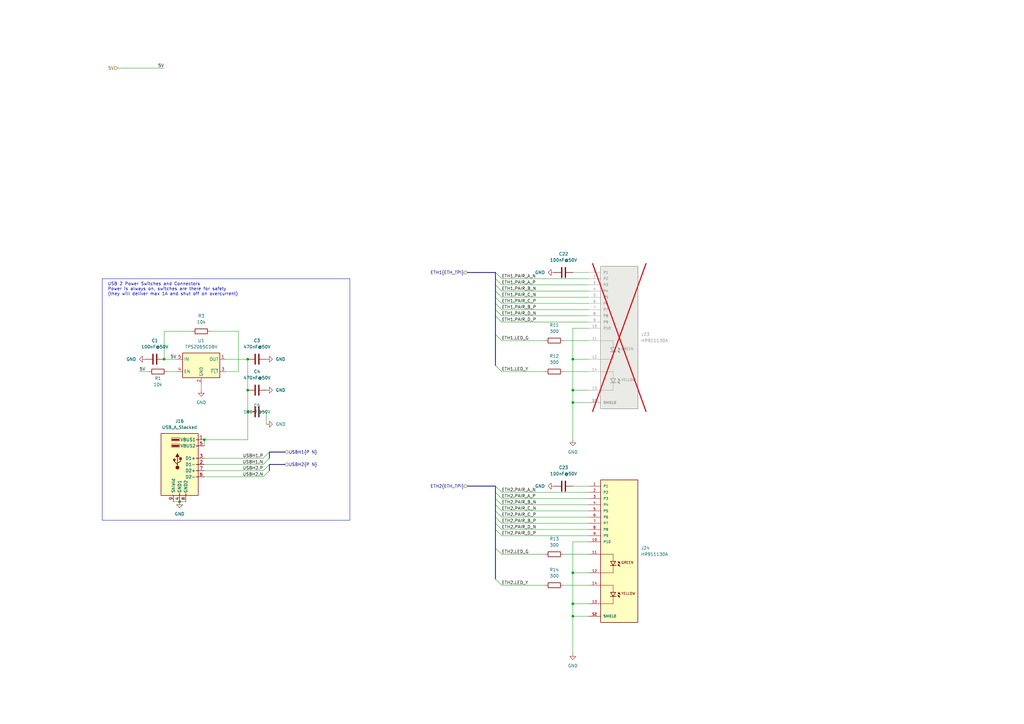
<source format=kicad_sch>
(kicad_sch (version 20250114) (generator "eeschema") (generator_version "9.0")
  (paper "A3")
  (title_block (title "OpenMower SABO Mainboard for Series I & II") (date "2025-05-04") (rev "v0.2") (company "Apeheanger <joerg@ebeling.ws> for OpenMower") (comment 1 "This design is licensed under CC BY-NC 4.0"))
  (lib_symbols
    (symbol "Connector:USB_A_Stacked" (pin_names (offset 1.016))
      (property "Reference" "J" (at 0 15.875 0))
      (property "Value" "USB_A_Stacked" (at 0 13.97 0))
      (symbol "USB_A_Stacked_0_1"
        (rectangle (start -7.62 12.7) (end 7.62 -12.7) (stroke (width 0.254)) (fill (type background)))
        (circle (center -2.159 1.905) (radius 0.381) (stroke (width 0.254)) (fill (type outline)))
        (polyline (pts (xy -1.524 3.175) (xy -0.254 3.175) (xy -0.889 4.445) (xy -1.524 3.175)) (stroke (width 0.254)) (fill (type outline)))
        (polyline (pts (xy -0.889 0) (xy -0.889 0.635) (xy 0.381 1.27) (xy 0.381 2.54)) (stroke (width 0.254)))
        (polyline (pts (xy -0.889 -0.635) (xy -0.889 0) (xy -2.159 1.27) (xy -2.159 1.905)) (stroke (width 0.254)))
        (circle (center -0.889 -1.27) (radius 0.635) (stroke (width 0.254)) (fill (type outline)))
        (rectangle (start -0.254 9.906) (end -3.048 10.414) (fill (type outline)))
        (rectangle (start -0.254 7.366) (end -3.048 7.874) (fill (type outline)))
        (rectangle (start -0.127 -12.7) (end 0.127 -11.938))
        (rectangle (start 0 9.652) (end -3.302 10.922))
        (rectangle (start 0 7.112) (end -3.302 8.382))
        (rectangle (start 0 2.794) (end 0.762 2.032) (stroke (width 0.254)) (fill (type outline)))
        (rectangle (start 2.413 -12.7) (end 2.667 -11.938))
        (rectangle (start 7.62 10.033) (end 6.858 10.287))
        (rectangle (start 7.62 7.493) (end 6.858 7.747))
        (rectangle (start 7.62 2.413) (end 6.858 2.667))
        (rectangle (start 7.62 -0.127) (end 6.858 0.127))
        (rectangle (start 7.62 -2.667) (end 6.858 -2.413))
        (rectangle (start 7.62 -5.207) (end 6.858 -4.953))
      )
      (symbol "USB_A_Stacked_1_1"
        (polyline (pts (xy -0.889 0.635) (xy -0.889 3.175)) (stroke (width 0.254)))
        (pin passive line (at -2.54 -15.24 90) (length 2.54) (name "Shield") (number "9"))
        (pin power_in line (at 0 -15.24 90) (length 2.54) (name "GND1") (number "4"))
        (pin power_in line (at 2.54 -15.24 90) (length 2.54) (name "GND2") (number "8"))
        (pin power_in line (at 10.16 10.16 180) (length 2.54) (name "VBUS1") (number "1"))
        (pin power_in line (at 10.16 7.62 180) (length 2.54) (name "VBUS2") (number "5"))
        (pin bidirectional line (at 10.16 2.54 180) (length 2.54) (name "D1+") (number "3"))
        (pin bidirectional line (at 10.16 0 180) (length 2.54) (name "D1-") (number "2"))
        (pin bidirectional line (at 10.16 -2.54 180) (length 2.54) (name "D2+") (number "7"))
        (pin bidirectional line (at 10.16 -5.08 180) (length 2.54) (name "D2-") (number "6"))
      )
    )
    (symbol "Device:C" (pin_numbers (hide yes)) (pin_names (offset 0.254))
      (property "Reference" "C" (at 0.635 2.54 0))
      (property "Value" "C" (at 0.635 -2.54 0))
      (symbol "C_0_1"
        (polyline (pts (xy -2.032 0.762) (xy 2.032 0.762)) (stroke (width 0.508)))
        (polyline (pts (xy -2.032 -0.762) (xy 2.032 -0.762)) (stroke (width 0.508)))
      )
      (symbol "C_1_1"
        (pin passive line (at 0 3.81 270) (length 2.794) (name "~") (number "1"))
        (pin passive line (at 0 -3.81 90) (length 2.794) (name "~") (number "2"))
      )
    )
    (symbol "Device:R" (pin_numbers (hide yes)) (pin_names (offset 0))
      (property "Reference" "R" (at 2.032 0 90))
      (property "Value" "R" (at 0 0 90))
      (symbol "R_0_1"
        (rectangle (start -1.016 -2.54) (end 1.016 2.54) (stroke (width 0.254)))
      )
      (symbol "R_1_1"
        (pin passive line (at 0 3.81 270) (length 1.27) (name "~") (number "1"))
        (pin passive line (at 0 -3.81 90) (length 1.27) (name "~") (number "2"))
      )
    )
    (symbol "Power_Management:TPS2065CDBV"
      (property "Reference" "U" (at -7.62 -6.35 0))
      (property "Value" "TPS2065CDBV" (at -7.62 6.35 0))
      (symbol "TPS2065CDBV_0_1"
        (rectangle (start -7.62 5.08) (end 7.62 -5.08) (stroke (width 0.254)) (fill (type background)))
      )
      (symbol "TPS2065CDBV_1_1"
        (pin power_in line (at -10.16 2.54 0) (length 2.54) (name "IN") (number "5"))
        (pin input line (at -10.16 -2.54 0) (length 2.54) (name "EN") (number "4"))
        (pin power_in line (at 0 -7.62 90) (length 2.54) (name "GND") (number "2"))
        (pin power_out line (at 10.16 2.54 180) (length 2.54) (name "OUT") (number "1"))
        (pin open_collector line (at 10.16 -2.54 180) (length 2.54) (name "~{FLT}") (number "3"))
      )
    )
    (symbol "local_Connectors:HR911130A" (pin_names (offset 1.016))
      (property "Reference" "J" (at -7.62 29.21 0))
      (property "Value" "HR911130A" (at -7.62 -31.75 0))
      (symbol "HR911130A_0_0"
        (polyline (pts (xy -7.62 -2.54) (xy -2.54 -2.54)) (stroke (width 0.1524)))
        (polyline (pts (xy -7.62 -15.24) (xy -2.54 -15.24)) (stroke (width 0.1524)))
        (rectangle (start -7.62 -30.48) (end 7.62 27.94) (stroke (width 0.254)) (fill (type background)))
        (polyline (pts (xy -3.683 -7.112) (xy -2.54 -7.112)) (stroke (width 0.254)))
        (polyline (pts (xy -3.683 -19.812) (xy -2.54 -19.812)) (stroke (width 0.254)))
        (polyline (pts (xy -3.556 -5.461) (xy -2.54 -7.112)) (stroke (width 0.254)))
        (polyline (pts (xy -3.556 -5.461) (xy -1.524 -5.461)) (stroke (width 0.254)))
        (polyline (pts (xy -3.556 -18.161) (xy -2.54 -19.812)) (stroke (width 0.254)))
        (polyline (pts (xy -3.556 -18.161) (xy -1.524 -18.161)) (stroke (width 0.254)))
        (polyline (pts (xy -2.54 -2.54) (xy -2.54 -5.334)) (stroke (width 0.1524)))
        (polyline (pts (xy -2.54 -7.112) (xy -1.524 -5.461)) (stroke (width 0.254)))
        (polyline (pts (xy -2.54 -7.112) (xy -1.27 -7.112)) (stroke (width 0.254)))
        (polyline (pts (xy -2.54 -7.239) (xy -2.54 -10.16)) (stroke (width 0.1524)))
        (polyline (pts (xy -2.54 -10.16) (xy -7.62 -10.16)) (stroke (width 0.1524)))
        (polyline (pts (xy -2.54 -15.24) (xy -2.54 -18.034)) (stroke (width 0.1524)))
        (polyline (pts (xy -2.54 -19.812) (xy -1.524 -18.161)) (stroke (width 0.254)))
        (polyline (pts (xy -2.54 -19.812) (xy -1.27 -19.812)) (stroke (width 0.254)))
        (polyline (pts (xy -2.54 -19.939) (xy -2.54 -22.86)) (stroke (width 0.1524)))
        (polyline (pts (xy -2.54 -22.86) (xy -7.62 -22.86)) (stroke (width 0.1524)))
        (polyline (pts (xy -0.762 -6.477) (xy 0.254 -7.493)) (stroke (width 0.1524)))
        (polyline (pts (xy -0.762 -19.177) (xy 0.254 -20.193)) (stroke (width 0.1524)))
        (polyline (pts (xy -0.635 -5.334) (xy 0.381 -6.35)) (stroke (width 0.1524)))
        (polyline (pts (xy -0.635 -18.034) (xy 0.381 -19.05)) (stroke (width 0.1524)))
        (polyline (pts (xy 0.254 -7.493) (xy -0.127 -6.604) (xy -0.635 -7.112) (xy 0.254 -7.493)) (stroke (width 0.1524)) (fill (type outline)))
        (polyline (pts (xy 0.254 -20.193) (xy -0.127 -19.304) (xy -0.635 -19.812) (xy 0.254 -20.193)) (stroke (width 0.1524)) (fill (type outline)))
        (polyline (pts (xy 0.381 -6.35) (xy 0 -5.461) (xy -0.508 -5.969) (xy 0.381 -6.35)) (stroke (width 0.1524)) (fill (type outline)))
        (polyline (pts (xy 0.381 -19.05) (xy 0 -18.161) (xy -0.508 -18.669) (xy 0.381 -19.05)) (stroke (width 0.1524)) (fill (type outline)))
        (text "GREEN" (at 0.762 -5.334 0) (effects (font (size 1.016 1.016)) (justify left top)))
        (text "YELLOW" (at 0.762 -18.034 0) (effects (font (size 1.016 1.016)) (justify left top)))
        (pin passive line (at -12.7 25.4 0) (length 5.08) (name "P1") (number "1"))
        (pin passive line (at -12.7 22.86 0) (length 5.08) (name "P2") (number "2"))
        (pin passive line (at -12.7 20.32 0) (length 5.08) (name "P3") (number "3"))
        (pin passive line (at -12.7 17.78 0) (length 5.08) (name "P4") (number "4"))
        (pin passive line (at -12.7 15.24 0) (length 5.08) (name "P5") (number "5"))
        (pin passive line (at -12.7 12.7 0) (length 5.08) (name "P6") (number "6"))
        (pin passive line (at -12.7 10.16 0) (length 5.08) (name "P7") (number "7"))
        (pin passive line (at -12.7 7.62 0) (length 5.08) (name "P8") (number "8"))
        (pin passive line (at -12.7 5.08 0) (length 5.08) (name "P9") (number "9"))
        (pin passive line (at -12.7 2.54 0) (length 5.08) (name "P10") (number "10"))
        (pin passive line (at -12.7 -2.54 0) (length 5.08) (name "~") (number "11"))
        (pin passive line (at -12.7 -10.16 0) (length 5.08) (name "~") (number "12"))
        (pin passive line (at -12.7 -15.24 0) (length 5.08) (name "~") (number "14"))
        (pin passive line (at -12.7 -22.86 0) (length 5.08) (name "~") (number "13"))
        (pin passive line (at -12.7 -27.94 0) (length 5.08) (name "SHIELD") (number "S1"))
        (pin passive line (at -12.7 -27.94 0) (length 5.08) (name "SHIELD") (number "S2"))
      )
    )
    (symbol "power:GND" (power) (pin_numbers (hide yes)) (pin_names (offset 0) (hide yes))
      (property "Value" "GND" (at 0 -3.81 0))
      (symbol "GND_0_1"
        (polyline (pts (xy 0 0) (xy 0 -1.27) (xy 1.27 -1.27) (xy 0 -2.54) (xy -1.27 -1.27) (xy 0 -1.27)))
      )
      (symbol "GND_1_1"
        (pin power_in line (at 0 0 270) (length 0) (name "~") (number "1"))
      )
    )
  )
  (bus_alias "ETH_TPI" (members "PAIR_A_N" "PAIR_A_P" "PAIR_B_N" "PAIR_B_P" "PAIR_C_N" "PAIR_C_P" "PAIR_D_N" "PAIR_D_P" "LED_Y" "LED_G"))
  (rectangle (start 41.91 114.3) (end 143.51 213.36))
  (text "USB 2 Power Switches and Connectors\nPower is always on, switches are there for safety\n(they will deliver max 1A and shut off on overcurrent)" (at 44.196 118.618 0) (effects (font (size 1.27 1.27)) (justify left)))
  (junction (at 234.95 147.32))
  (junction (at 234.95 247.65))
  (junction (at 101.6 147.32))
  (junction (at 73.66 205.74))
  (junction (at 234.95 165.1))
  (junction (at 67.31 147.32))
  (junction (at 234.95 234.95))
  (junction (at 83.82 180.34))
  (junction (at 101.6 160.02))
  (junction (at 234.95 160.02))
  (junction (at 234.95 252.73))
  (junction (at 101.6 168.91))
  (bus_entry (at 203.2 201.93) (size 2.54 2.54))
  (bus_entry (at 203.2 199.39) (size 2.54 2.54))
  (bus_entry (at 107.95 187.96) (size 2.54 -2.54))
  (bus_entry (at 203.2 209.55) (size 2.54 2.54))
  (bus_entry (at 203.2 119.38) (size 2.54 2.54))
  (bus_entry (at 203.2 129.54) (size 2.54 2.54))
  (bus_entry (at 203.2 127) (size 2.54 2.54))
  (bus_entry (at 203.2 214.63) (size 2.54 2.54))
  (bus_entry (at 203.2 114.3) (size 2.54 2.54))
  (bus_entry (at 107.95 195.58) (size 2.54 -2.54))
  (bus_entry (at 203.2 116.84) (size 2.54 2.54))
  (bus_entry (at 107.95 193.04) (size 2.54 -2.54))
  (bus_entry (at 203.2 149.86) (size 2.54 2.54))
  (bus_entry (at 203.2 121.92) (size 2.54 2.54))
  (bus_entry (at 203.2 237.49) (size 2.54 2.54))
  (bus_entry (at 203.2 124.46) (size 2.54 2.54))
  (bus_entry (at 203.2 207.01) (size 2.54 2.54))
  (bus_entry (at 203.2 137.16) (size 2.54 2.54))
  (bus_entry (at 203.2 212.09) (size 2.54 2.54))
  (bus_entry (at 203.2 204.47) (size 2.54 2.54))
  (bus_entry (at 203.2 111.76) (size 2.54 2.54))
  (bus_entry (at 203.2 224.79) (size 2.54 2.54))
  (bus_entry (at 107.95 190.5) (size 2.54 -2.54))
  (bus_entry (at 203.2 217.17) (size 2.54 2.54))
  (wire (pts (xy 71.12 205.74) (xy 73.66 205.74)))
  (bus (pts (xy 203.2 121.92) (xy 203.2 124.46)))
  (wire (pts (xy 234.95 252.73) (xy 241.3 252.73)))
  (wire (pts (xy 231.14 240.03) (xy 241.3 240.03)))
  (wire (pts (xy 205.74 132.08) (xy 241.3 132.08)))
  (bus (pts (xy 203.2 201.93) (xy 203.2 199.39)))
  (wire (pts (xy 234.95 247.65) (xy 234.95 252.73)))
  (wire (pts (xy 234.95 147.32) (xy 241.3 147.32)))
  (bus (pts (xy 203.2 114.3) (xy 203.2 116.84)))
  (wire (pts (xy 205.74 121.92) (xy 241.3 121.92)))
  (bus (pts (xy 203.2 217.17) (xy 203.2 224.79)))
  (wire (pts (xy 234.95 247.65) (xy 241.3 247.65)))
  (wire (pts (xy 205.74 217.17) (xy 241.3 217.17)))
  (wire (pts (xy 231.14 152.4) (xy 241.3 152.4)))
  (wire (pts (xy 234.95 147.32) (xy 234.95 160.02)))
  (bus (pts (xy 203.2 212.09) (xy 203.2 214.63)))
  (wire (pts (xy 205.74 139.7) (xy 223.52 139.7)))
  (wire (pts (xy 234.95 234.95) (xy 241.3 234.95)))
  (wire (pts (xy 83.82 195.58) (xy 107.95 195.58)))
  (wire (pts (xy 205.74 227.33) (xy 223.52 227.33)))
  (bus (pts (xy 191.77 199.39) (xy 203.2 199.39)))
  (bus (pts (xy 203.2 214.63) (xy 203.2 217.17)))
  (wire (pts (xy 234.95 160.02) (xy 241.3 160.02)))
  (bus (pts (xy 203.2 137.16) (xy 203.2 149.86)))
  (wire (pts (xy 205.74 219.71) (xy 241.3 219.71)))
  (wire (pts (xy 234.95 165.1) (xy 234.95 180.34)))
  (wire (pts (xy 48.26 27.94) (xy 67.31 27.94)))
  (bus (pts (xy 203.2 129.54) (xy 203.2 137.16)))
  (wire (pts (xy 83.82 190.5) (xy 107.95 190.5)))
  (wire (pts (xy 92.71 147.32) (xy 101.6 147.32)))
  (bus (pts (xy 203.2 114.3) (xy 203.2 111.76)))
  (wire (pts (xy 234.95 134.62) (xy 234.95 147.32)))
  (wire (pts (xy 234.95 134.62) (xy 241.3 134.62)))
  (wire (pts (xy 92.71 152.4) (xy 97.79 152.4)))
  (bus (pts (xy 203.2 116.84) (xy 203.2 119.38)))
  (wire (pts (xy 205.74 124.46) (xy 241.3 124.46)))
  (wire (pts (xy 205.74 204.47) (xy 241.3 204.47)))
  (wire (pts (xy 205.74 152.4) (xy 223.52 152.4)))
  (wire (pts (xy 205.74 127) (xy 241.3 127)))
  (wire (pts (xy 67.31 147.32) (xy 72.39 147.32)))
  (wire (pts (xy 82.55 157.48) (xy 82.55 160.02)))
  (bus (pts (xy 203.2 209.55) (xy 203.2 212.09)))
  (wire (pts (xy 205.74 116.84) (xy 241.3 116.84)))
  (bus (pts (xy 110.49 185.42) (xy 110.49 187.96)))
  (bus (pts (xy 110.49 190.5) (xy 110.49 193.04)))
  (wire (pts (xy 234.95 234.95) (xy 234.95 247.65)))
  (wire (pts (xy 234.95 222.25) (xy 234.95 234.95)))
  (wire (pts (xy 234.95 160.02) (xy 234.95 165.1)))
  (wire (pts (xy 234.95 252.73) (xy 234.95 267.97)))
  (wire (pts (xy 109.22 173.99) (xy 109.22 168.91)))
  (wire (pts (xy 73.66 205.74) (xy 76.2 205.74)))
  (wire (pts (xy 205.74 209.55) (xy 241.3 209.55)))
  (bus (pts (xy 203.2 127) (xy 203.2 129.54)))
  (wire (pts (xy 241.3 111.76) (xy 234.95 111.76)))
  (bus (pts (xy 116.84 185.42) (xy 110.49 185.42)))
  (wire (pts (xy 234.95 222.25) (xy 241.3 222.25)))
  (wire (pts (xy 78.74 135.89) (xy 67.31 135.89)))
  (wire (pts (xy 241.3 199.39) (xy 234.95 199.39)))
  (wire (pts (xy 101.6 160.02) (xy 101.6 168.91)))
  (wire (pts (xy 205.74 214.63) (xy 241.3 214.63)))
  (bus (pts (xy 116.84 190.5) (xy 110.49 190.5)))
  (bus (pts (xy 203.2 121.92) (xy 203.2 119.38)))
  (wire (pts (xy 57.15 152.4) (xy 60.96 152.4)))
  (wire (pts (xy 83.82 193.04) (xy 107.95 193.04)))
  (wire (pts (xy 83.82 180.34) (xy 101.6 180.34)))
  (bus (pts (xy 203.2 124.46) (xy 203.2 127)))
  (wire (pts (xy 67.31 135.89) (xy 67.31 147.32)))
  (bus (pts (xy 191.77 111.76) (xy 203.2 111.76)))
  (wire (pts (xy 205.74 240.03) (xy 223.52 240.03)))
  (wire (pts (xy 234.95 165.1) (xy 241.3 165.1)))
  (bus (pts (xy 203.2 204.47) (xy 203.2 207.01)))
  (wire (pts (xy 231.14 139.7) (xy 241.3 139.7)))
  (wire (pts (xy 72.39 152.4) (xy 68.58 152.4)))
  (wire (pts (xy 97.79 152.4) (xy 97.79 135.89)))
  (bus (pts (xy 203.2 209.55) (xy 203.2 207.01)))
  (wire (pts (xy 231.14 227.33) (xy 241.3 227.33)))
  (bus (pts (xy 203.2 224.79) (xy 203.2 237.49)))
  (wire (pts (xy 83.82 182.88) (xy 83.82 180.34)))
  (wire (pts (xy 205.74 129.54) (xy 241.3 129.54)))
  (wire (pts (xy 205.74 212.09) (xy 241.3 212.09)))
  (wire (pts (xy 205.74 114.3) (xy 241.3 114.3)))
  (wire (pts (xy 83.82 187.96) (xy 107.95 187.96)))
  (wire (pts (xy 205.74 207.01) (xy 241.3 207.01)))
  (wire (pts (xy 205.74 119.38) (xy 241.3 119.38)))
  (wire (pts (xy 101.6 147.32) (xy 101.6 160.02)))
  (wire (pts (xy 101.6 168.91) (xy 101.6 180.34)))
  (wire (pts (xy 205.74 201.93) (xy 241.3 201.93)))
  (bus (pts (xy 203.2 201.93) (xy 203.2 204.47)))
  (wire (pts (xy 97.79 135.89) (xy 86.36 135.89)))
  (label "ETH1.PAIR_D_P" (at 205.74 132.08 0))
  (label "ETH2.PAIR_C_P" (at 205.74 212.09 0))
  (label "ETH2.PAIR_B_P" (at 205.74 214.63 0))
  (label "ETH2.PAIR_D_N" (at 205.74 217.17 0))
  (label "USBH2.P" (at 107.95 193.04 180))
  (label "ETH1.PAIR_A_N" (at 205.74 114.3 0))
  (label "ETH2.LED_Y" (at 205.74 240.03 0))
  (label "ETH1.PAIR_D_N" (at 205.74 129.54 0))
  (label "ETH1.PAIR_A_P" (at 205.74 116.84 0))
  (label "ETH1.PAIR_B_N" (at 205.74 119.38 0))
  (label "ETH2.PAIR_D_P" (at 205.74 219.71 0))
  (label "ETH1.PAIR_C_N" (at 205.74 121.92 0))
  (label "USBH2.N" (at 107.95 195.58 180))
  (label "ETH1.LED_Y" (at 205.74 152.4 0))
  (label "ETH1.LED_G" (at 205.74 139.7 0))
  (label "ETH2.LED_G" (at 205.74 227.33 0))
  (label "5V" (at 57.15 152.4 0))
  (label "ETH2.PAIR_C_N" (at 205.74 209.55 0))
  (label "ETH1.PAIR_C_P" (at 205.74 124.46 0))
  (label "ETH2.PAIR_B_N" (at 205.74 207.01 0))
  (label "USBH1.N" (at 107.95 190.5 180))
  (label "5V" (at 72.39 147.32 180))
  (label "5V" (at 67.31 27.94 180))
  (label "ETH1.PAIR_B_P" (at 205.74 127 0))
  (label "ETH2.PAIR_A_N" (at 205.74 201.93 0))
  (label "USBH1.P" (at 107.95 187.96 180))
  (label "ETH2.PAIR_A_P" (at 205.74 204.47 0))
  (hierarchical_label "5V" (shape input) (at 48.26 27.94 180))
  (hierarchical_label "USBH1{P N}" (shape input) (at 116.84 185.42 0))
  (hierarchical_label "USBH2{P N}" (shape input) (at 116.84 190.5 0))
  (hierarchical_label "ETH1{ETH_TPI}" (shape input) (at 191.77 111.76 180))
  (hierarchical_label "ETH2{ETH_TPI}" (shape input) (at 191.77 199.39 180))
  (symbol (lib_id "local_Connectors:HR911130A") (at 254 137.16 0) (unit 1) (in_bom no) (dnp yes)
    (property "Reference" "J23" (at 262.89 137.1599 0) (effects (justify left)))
    (property "Value" "HR911130A" (at 262.89 139.6999 0) (effects (justify left)))
    (property "Footprint" "local_Connectors:HR911130A" (effects (hide yes)))
    (property "MF" "hanrun" (effects (hide yes)))
    (property "MP" "HR911130A" (effects (hide yes)))
    (property "JLC" "C54408" (effects (hide yes)))
    (property "DNP" "Y" (effects (hide yes)))
  )
  (symbol (lib_id "Device:R") (at 64.77 152.4 270) (mirror x) (unit 1)
    (property "Reference" "R1" (at 64.77 155.194 90))
    (property "Value" "10k" (at 64.77 157.734 90))
    (property "Footprint" "Resistor_SMD:R_0402_1005Metric" (effects (hide yes)))
    (property "Description" "62.5mW Thick Film Resistors 50V ±100ppm/℃ ±1% 10kΩ 0402 Chip Resistor" (effects (hide yes)))
    (property "JLC" "C25744" (effects (hide yes)))
  )
  (symbol (lib_id "Device:C") (at 105.41 160.02 90) (unit 1)
    (property "Reference" "C4" (at 105.41 152.4 90))
    (property "Value" "470nF@50V" (at 105.41 154.94 90))
    (property "Footprint" "Capacitor_SMD:C_0805_2012Metric" (effects (hide yes)))
    (property "Description" "Unpolarized capacitor" (effects (hide yes)))
    (property "JLC" "C13967" (effects (hide yes)))
  )
  (symbol (lib_id "Device:C") (at 105.41 147.32 90) (unit 1)
    (property "Reference" "C3" (at 105.41 139.7 90))
    (property "Value" "470nF@50V" (at 105.41 142.24 90))
    (property "Footprint" "Capacitor_SMD:C_0805_2012Metric" (effects (hide yes)))
    (property "Description" "Unpolarized capacitor" (effects (hide yes)))
    (property "JLC" "C13967" (effects (hide yes)))
  )
  (symbol (lib_id "Device:C") (at 105.41 168.91 270) (unit 1)
    (property "Reference" "C5" (at 105.41 166.37 90))
    (property "Value" "100nF@50V" (at 105.41 168.91 90))
    (property "Footprint" "Capacitor_SMD:C_0402_1005Metric" (effects (hide yes)))
    (property "Description" "Unpolarized capacitor" (effects (hide yes)))
    (property "JLC" "C307331" (effects (hide yes)))
  )
  (symbol (lib_id "Power_Management:TPS2065CDBV") (at 82.55 149.86 0) (unit 1)
    (property "Reference" "U1" (at 82.55 139.7 0))
    (property "Value" "TPS2065CDBV" (at 82.55 142.24 0))
    (property "Footprint" "Package_TO_SOT_SMD:SOT-23-5" (effects (hide yes)))
    (property "Datasheet" "https://www.ti.com/lit/ds/symlink/tps2051c.pdf" (effects (hide yes)))
    (property "Description" "1A Current limited power switch, single channel, output discharge, reverse blocking, SOT-23-5" (effects (hide yes)))
    (property "JLC" "C353882" (effects (hide yes)))
    (property "FT Rotation Offset" "90" (effects (hide yes)))
  )
  (symbol (lib_id "power:GND") (at 109.22 147.32 90) (mirror x) (unit 1)
    (property "Reference" "#PWR014" (effects (hide yes)))
    (property "Value" "GND" (at 113.03 147.3199 90) (effects (justify right)))
    (property "Description" "Power symbol creates a global label with name \"GND\" , ground" (effects (hide yes)))
  )
  (symbol (lib_id "power:GND") (at 234.95 267.97 0) (unit 1)
    (property "Reference" "#PWR037" (effects (hide yes)))
    (property "Value" "GND" (at 234.95 273.05 0))
    (property "Description" "Power symbol creates a global label with name \"GND\" , ground" (effects (hide yes)))
  )
  (symbol (lib_id "Device:C") (at 63.5 147.32 270) (unit 1)
    (property "Reference" "C1" (at 63.5 139.7 90))
    (property "Value" "100nF@50V" (at 63.5 142.24 90))
    (property "Footprint" "Capacitor_SMD:C_0402_1005Metric" (effects (hide yes)))
    (property "Description" "Unpolarized capacitor" (effects (hide yes)))
    (property "JLC" "C307331" (effects (hide yes)))
  )
  (symbol (lib_id "Device:R") (at 227.33 240.03 90) (unit 1)
    (property "Reference" "R14" (at 227.33 233.68 90))
    (property "Value" "300" (at 227.33 236.22 90))
    (property "Footprint" "Resistor_SMD:R_0603_1608Metric" (effects (hide yes)))
    (property "Description" "Resistor" (effects (hide yes)))
    (property "JLC" "C23025" (effects (hide yes)))
  )
  (symbol (lib_id "power:GND") (at 109.22 160.02 90) (mirror x) (unit 1)
    (property "Reference" "#PWR015" (effects (hide yes)))
    (property "Value" "GND" (at 113.03 160.0199 90) (effects (justify right)))
    (property "Description" "Power symbol creates a global label with name \"GND\" , ground" (effects (hide yes)))
  )
  (symbol (lib_id "power:GND") (at 227.33 111.76 270) (unit 1)
    (property "Reference" "#PWR033" (effects (hide yes)))
    (property "Value" "GND" (at 223.52 111.7599 90) (effects (justify right)))
    (property "Description" "Power symbol creates a global label with name \"GND\" , ground" (effects (hide yes)))
  )
  (symbol (lib_id "Device:R") (at 227.33 139.7 90) (unit 1)
    (property "Reference" "R11" (at 227.33 133.35 90))
    (property "Value" "300" (at 227.33 135.89 90))
    (property "Footprint" "Resistor_SMD:R_0603_1608Metric" (effects (hide yes)))
    (property "Description" "Resistor" (effects (hide yes)))
    (property "JLC" "C23025" (effects (hide yes)))
  )
  (symbol (lib_id "Connector:USB_A_Stacked") (at 73.66 190.5 0) (unit 1)
    (property "Reference" "J16" (at 73.66 172.72 0))
    (property "Value" "USB_A_Stacked" (at 73.66 175.26 0))
    (property "Footprint" "Connector_USB:USB_A_Wuerth_61400826021_Horizontal_Stacked" (effects (hide yes)))
    (property "Description" "USB Type A connector, stacked" (effects (hide yes)))
    (property "JLC" "C720548" (effects (hide yes)))
    (property "FT Rotation Offset" "180" (effects (hide yes)))
  )
  (symbol (lib_id "Device:C") (at 231.14 199.39 90) (unit 1)
    (property "Reference" "C23" (at 231.14 191.77 90))
    (property "Value" "100nF@50V" (at 231.14 194.31 90))
    (property "Footprint" "Capacitor_SMD:C_0402_1005Metric" (effects (hide yes)))
    (property "Description" "Unpolarized capacitor" (effects (hide yes)))
    (property "JLC" "C307331" (effects (hide yes)))
  )
  (symbol (lib_id "Device:R") (at 82.55 135.89 90) (mirror x) (unit 1)
    (property "Reference" "R3" (at 82.55 129.54 90))
    (property "Value" "10k" (at 82.55 132.08 90))
    (property "Footprint" "Resistor_SMD:R_0402_1005Metric" (effects (hide yes)))
    (property "Description" "62.5mW Thick Film Resistors 50V ±100ppm/℃ ±1% 10kΩ 0402 Chip Resistor" (effects (hide yes)))
    (property "JLC" "C25744" (effects (hide yes)))
  )
  (symbol (lib_id "Device:C") (at 231.14 111.76 90) (unit 1)
    (property "Reference" "C22" (at 231.14 104.14 90))
    (property "Value" "100nF@50V" (at 231.14 106.68 90))
    (property "Footprint" "Capacitor_SMD:C_0402_1005Metric" (effects (hide yes)))
    (property "Description" "Unpolarized capacitor" (effects (hide yes)))
    (property "JLC" "C307331" (effects (hide yes)))
  )
  (symbol (lib_id "Device:R") (at 227.33 152.4 90) (unit 1)
    (property "Reference" "R12" (at 227.33 146.05 90))
    (property "Value" "300" (at 227.33 148.59 90))
    (property "Footprint" "Resistor_SMD:R_0603_1608Metric" (effects (hide yes)))
    (property "Description" "Resistor" (effects (hide yes)))
    (property "JLC" "C23025" (effects (hide yes)))
  )
  (symbol (lib_id "power:GND") (at 227.33 199.39 270) (unit 1)
    (property "Reference" "#PWR034" (effects (hide yes)))
    (property "Value" "GND" (at 223.52 199.3899 90) (effects (justify right)))
    (property "Description" "Power symbol creates a global label with name \"GND\" , ground" (effects (hide yes)))
  )
  (symbol (lib_id "power:GND") (at 59.69 147.32 270) (mirror x) (unit 1)
    (property "Reference" "#PWR07" (effects (hide yes)))
    (property "Value" "GND" (at 55.88 147.3199 90) (effects (justify right)))
    (property "Description" "Power symbol creates a global label with name \"GND\" , ground" (effects (hide yes)))
  )
  (symbol (lib_id "power:GND") (at 109.22 173.99 90) (mirror x) (unit 1)
    (property "Reference" "#PWR016" (effects (hide yes)))
    (property "Value" "GND" (at 113.03 173.9899 90) (effects (justify right)))
    (property "Description" "Power symbol creates a global label with name \"GND\" , ground" (effects (hide yes)))
  )
  (symbol (lib_id "power:GND") (at 73.66 205.74 0) (mirror y) (unit 1)
    (property "Reference" "#PWR010" (effects (hide yes)))
    (property "Value" "GND" (at 73.66 210.82 0))
    (property "Description" "Power symbol creates a global label with name \"GND\" , ground" (effects (hide yes)))
  )
  (symbol (lib_id "power:GND") (at 82.55 160.02 0) (mirror y) (unit 1)
    (property "Reference" "#PWR012" (effects (hide yes)))
    (property "Value" "GND" (at 82.55 165.1 0))
    (property "Description" "Power symbol creates a global label with name \"GND\" , ground" (effects (hide yes)))
  )
  (symbol (lib_id "power:GND") (at 234.95 180.34 0) (unit 1)
    (property "Reference" "#PWR036" (effects (hide yes)))
    (property "Value" "GND" (at 234.95 185.42 0))
    (property "Description" "Power symbol creates a global label with name \"GND\" , ground" (effects (hide yes)))
  )
  (symbol (lib_id "Device:R") (at 227.33 227.33 90) (unit 1)
    (property "Reference" "R13" (at 227.33 220.98 90))
    (property "Value" "300" (at 227.33 223.52 90))
    (property "Footprint" "Resistor_SMD:R_0603_1608Metric" (effects (hide yes)))
    (property "Description" "Resistor" (effects (hide yes)))
    (property "JLC" "C23025" (effects (hide yes)))
  )
  (symbol (lib_id "local_Connectors:HR911130A") (at 254 224.79 0) (unit 1)
    (property "Reference" "J24" (at 262.89 224.7899 0) (effects (justify left)))
    (property "Value" "HR911130A" (at 262.89 227.3299 0) (effects (justify left)))
    (property "Footprint" "local_Connectors:HR911130A" (effects (hide yes)))
    (property "MF" "hanrun" (effects (hide yes)))
    (property "MP" "HR911130A" (effects (hide yes)))
    (property "JLC" "C54408" (effects (hide yes)))
  )
)
</source>
